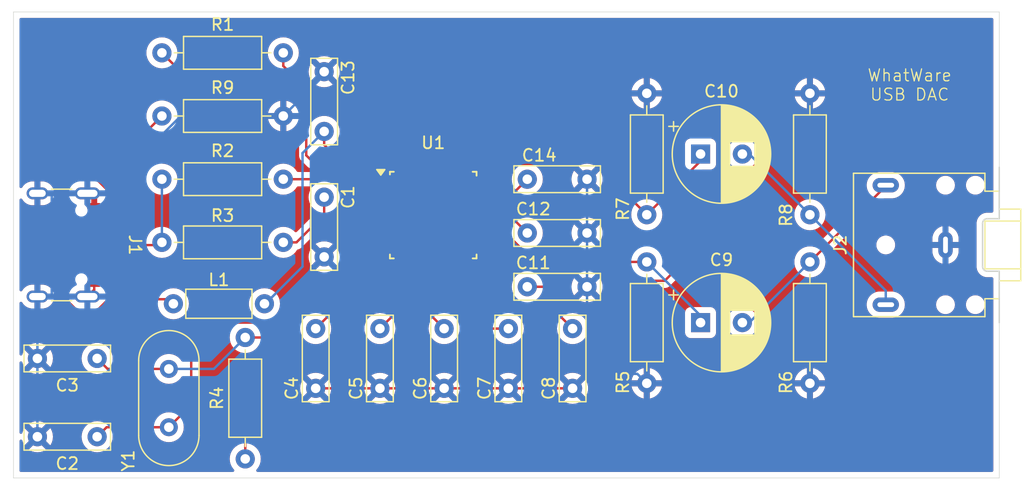
<source format=kicad_pcb>
(kicad_pcb (version 20240108) (generator "pcbnew") (generator_version "8.0")
  (layers (0 "F.Cu" signal) (31 "B.Cu" signal) (34 "B.Paste" user) (35 "F.Paste" user) (36 "B.SilkS" user "B.Silkscreen") (37 "F.SilkS" user "F.Silkscreen") (38 "B.Mask" user) (39 "F.Mask" user) (44 "Edge.Cuts" user))
  (net 0 "")
  (net 1 "GND")
  (net 2 "/Vdd")
  (net 3 "/XTO")
  (net 4 "/XTI")
  (net 5 "/FL")
  (net 6 "/FR")
  (net 7 "/VCOM1")
  (net 8 "/VCOM2")
  (net 9 "/VCCA")
  (net 10 "/VOUTL")
  (net 11 "Net-(C9-Pad2)")
  (net 12 "/VOUTR")
  (net 13 "Net-(C10-Pad2)")
  (net 14 "/VCCL")
  (net 15 "/VCCR")
  (net 16 "Net-(U1-VBUS)")
  (net 17 "/VCCP")
  (net 18 "Net-(J1-D--PadA7)")
  (net 19 "Net-(J1-CC1)")
  (net 20 "Net-(J1-D+-PadA6)")
  (net 21 "VBUS")
  (net 22 "/D-")
  (net 23 "/D+")
  (net 25 "Net-(U1-*SSPND)")
  (footprint "Resistor_THT:R_Axial_DIN0207_L6.3mm_D2.5mm_P10.16mm_Horizontal" (layer "F.Cu") (at 164.6527 95.92 -90)
    (property "Reference" "R6" (at 10.08 2 90) (layer "F.SilkS"))
    (property "Value" "3.3k")
    (pad "1" thru_hole circle (at 0 0 270) (size 1.6 1.6) (drill 0.8) (layers "*.Cu" "*.Mask") (net 11 "Net-(C9-Pad2)"))
    (pad "2" thru_hole oval (at 10.16 0 270) (size 1.6 1.6) (drill 0.8) (layers "*.Cu" "*.Mask") (net 1 "GND"))
  )
  (footprint "Resistor_THT:R_Axial_DIN0207_L6.3mm_D2.5mm_P10.16mm_Horizontal" (layer "F.Cu") (at 110.42 78.4216)
    (property "Reference" "R1" (at 5.08 -2.37 0) (layer "F.SilkS"))
    (property "Value" "30")
    (pad "1" thru_hole circle (at 0 0) (size 1.6 1.6) (drill 0.8) (layers "*.Cu" "*.Mask") (net 18 "Net-(J1-D--PadA7)"))
    (pad "2" thru_hole oval (at 10.16 0) (size 1.6 1.6) (drill 0.8) (layers "*.Cu" "*.Mask") (net 22 "/D-"))
  )
  (footprint "Connector_USB:USB_C_Receptacle_GCT_USB4105-xx-A_16P_TopMnt_Horizontal" (layer "F.Cu") (at 101.075 94.5 -90)
    (property "Reference" "J1" (at 0 -7.105 -90) (layer "F.SilkS"))
    (property "Value" "USB_C_Receptacle_USB2.0_14P")
    (pad "" np_thru_hole circle (at -2.89 -2.605 270) (size 0.65 0.65) (drill 0.65) (layers "F&B.Cu" "*.Mask"))
    (pad "" np_thru_hole circle (at 2.89 -2.605 270) (size 0.65 0.65) (drill 0.65) (layers "F&B.Cu" "*.Mask"))
    (pad "A1" smd roundrect (at -3.2 -3.68 270) (size 0.6 1.15) (layers "F.Cu" "F.Paste" "F.Mask") (net 1 "GND"))
    (pad "A4" smd roundrect (at -2.4 -3.68 270) (size 0.6 1.15) (layers "F.Cu" "F.Paste" "F.Mask") (net 21 "VBUS"))
    (pad "A5" smd roundrect (at -1.25 -3.68 270) (size 0.3 1.15) (layers "F.Cu" "F.Paste" "F.Mask") (net 19 "Net-(J1-CC1)"))
    (pad "A6" smd roundrect (at -0.25 -3.68 270) (size 0.3 1.15) (layers "F.Cu" "F.Paste" "F.Mask") (net 20 "Net-(J1-D+-PadA6)"))
    (pad "A7" smd roundrect (at 0.25 -3.68 270) (size 0.3 1.15) (layers "F.Cu" "F.Paste" "F.Mask") (net 18 "Net-(J1-D--PadA7)"))
    (pad "A8" smd roundrect (at 1.25 -3.68 270) (size 0.3 1.15) (layers "F.Cu" "F.Paste" "F.Mask"))
    (pad "A9" smd roundrect (at 2.4 -3.68 270) (size 0.6 1.15) (layers "F.Cu" "F.Paste" "F.Mask") (net 21 "VBUS"))
    (pad "A12" smd roundrect (at 3.2 -3.68 270) (size 0.6 1.15) (layers "F.Cu" "F.Paste" "F.Mask") (net 1 "GND"))
    (pad "B1" smd roundrect (at 3.2 -3.68 270) (size 0.6 1.15) (layers "F.Cu" "F.Paste" "F.Mask") (net 1 "GND"))
    (pad "B4" smd roundrect (at 2.4 -3.68 270) (size 0.6 1.15) (layers "F.Cu" "F.Paste" "F.Mask") (net 21 "VBUS"))
    (pad "B5" smd roundrect (at 1.75 -3.68 270) (size 0.3 1.15) (layers "F.Cu" "F.Paste" "F.Mask") (net 19 "Net-(J1-CC1)"))
    (pad "B6" smd roundrect (at 0.75 -3.68 270) (size 0.3 1.15) (layers "F.Cu" "F.Paste" "F.Mask") (net 20 "Net-(J1-D+-PadA6)"))
    (pad "B7" smd roundrect (at -0.75 -3.68 270) (size 0.3 1.15) (layers "F.Cu" "F.Paste" "F.Mask") (net 18 "Net-(J1-D--PadA7)"))
    (pad "B8" smd roundrect (at -1.75 -3.68 270) (size 0.3 1.15) (layers "F.Cu" "F.Paste" "F.Mask"))
    (pad "B9" smd roundrect (at -2.4 -3.68 270) (size 0.6 1.15) (layers "F.Cu" "F.Paste" "F.Mask") (net 21 "VBUS"))
    (pad "B12" smd roundrect (at -3.2 -3.68 270) (size 0.6 1.15) (layers "F.Cu" "F.Paste" "F.Mask") (net 1 "GND"))
    (pad "S1" thru_hole oval (at -4.32 -3.105 270) (size 1 2.1) (drill oval 0.6 1.7) (layers "*.Cu" "*.Mask" "F.Paste") (net 1 "GND"))
    (pad "S1" thru_hole oval (at -4.32 1.075 270) (size 1 1.8) (drill oval 0.6 1.4) (layers "*.Cu" "*.Mask" "F.Paste") (net 1 "GND"))
    (pad "S1" thru_hole oval (at 4.32 -3.105 270) (size 1 2.1) (drill oval 0.6 1.7) (layers "*.Cu" "*.Mask" "F.Paste") (net 1 "GND"))
    (pad "S1" thru_hole oval (at 4.32 1.075 270) (size 1 1.8) (drill oval 0.6 1.4) (layers "*.Cu" "*.Mask" "F.Paste") (net 1 "GND"))
  )
  (footprint "Capacitor_THT:C_Rect_L7.0mm_W2.0mm_P5.00mm" (layer "F.Cu") (at 123.29 101.5 -90)
    (property "Reference" "C4" (at 5 2 90) (layer "F.SilkS"))
    (property "Value" "100pF")
    (pad "1" thru_hole circle (at 0 0 270) (size 1.6 1.6) (drill 0.8) (layers "*.Cu" "*.Mask") (net 5 "/FL"))
    (pad "2" thru_hole circle (at 5 0 270) (size 1.6 1.6) (drill 0.8) (layers "*.Cu" "*.Mask") (net 1 "GND"))
  )
  (footprint "Resistor_THT:R_Axial_DIN0207_L6.3mm_D2.5mm_P10.16mm_Horizontal" (layer "F.Cu") (at 110.42 88.9966)
    (property "Reference" "R2" (at 5.08 -2.37 0) (layer "F.SilkS"))
    (property "Value" "30")
    (pad "1" thru_hole circle (at 0 0) (size 1.6 1.6) (drill 0.8) (layers "*.Cu" "*.Mask") (net 20 "Net-(J1-D+-PadA6)"))
    (pad "2" thru_hole oval (at 10.16 0) (size 1.6 1.6) (drill 0.8) (layers "*.Cu" "*.Mask") (net 23 "/D+"))
  )
  (footprint "Connector_Audio:Jack_3.5mm_CUI_SJ1-3523N_Horizontal" (layer "F.Cu") (at 176 94.5 90)
    (property "Reference" "J2" (at 0 -8.8 90) (layer "F.SilkS"))
    (property "Value" "AudioJack3")
    (fp_line (start 1.8 3.1) (end -1.8 3.1) (stroke (width 0.12)) (layer "Edge.Cuts"))
    (fp_line (start 2.2 3.5) (end 2.2 4.5) (stroke (width 0.12)) (layer "Edge.Cuts"))
    (fp_line (start -2.2 3.5) (end -2.2 4.5) (stroke (width 0.12)) (layer "Edge.Cuts"))
    (fp_line (start 2.2 4.5) (end 6.5 4.5) (stroke (width 0.12)) (layer "Edge.Cuts"))
    (fp_line (start -2.2 4.5) (end -6.5 4.5) (stroke (width 0.12)) (layer "Edge.Cuts"))
    (fp_arc (start 1.8 3.1) (mid 2.082843 3.217157) (end 2.2 3.5) (stroke (width 0.12)) (layer "Edge.Cuts"))
    (fp_arc (start -2.2 3.5) (mid -2.082842 3.217158) (end -1.8 3.1) (stroke (width 0.12)) (layer "Edge.Cuts"))
    (pad "" np_thru_hole circle (at -5 0 90) (size 1.2 1.2) (drill 1.2) (layers "F&B.Cu" "*.Mask"))
    (pad "" np_thru_hole circle (at -5 2.5 90) (size 1.2 1.2) (drill 1.2) (layers "F&B.Cu" "*.Mask"))
    (pad "" np_thru_hole circle (at 0 -5 90) (size 1.2 1.2) (drill 1.2) (layers "F&B.Cu" "*.Mask"))
    (pad "" np_thru_hole circle (at 5 0 90) (size 1.2 1.2) (drill 1.2) (layers "F&B.Cu" "*.Mask"))
    (pad "" np_thru_hole circle (at 5 2.5 90) (size 1.2 1.2) (drill 1.2) (layers "F&B.Cu" "*.Mask"))
    (pad "R" thru_hole oval (at -5 -5 90) (size 1.2 2.2) (drill oval 0.4 1.4) (layers "*.Cu" "*.Mask") (net 13 "Net-(C10-Pad2)"))
    (pad "S" thru_hole oval (at 0 0 90) (size 2.2 1.2) (drill oval 1.4 0.4) (layers "*.Cu" "*.Mask") (net 1 "GND"))
    (pad "T" thru_hole oval (at 5 -5 270) (size 1.2 2.2) (drill oval 0.4 1.4) (layers "*.Cu" "*.Mask") (net 11 "Net-(C9-Pad2)"))
  )
  (footprint "Capacitor_THT:C_Rect_L7.0mm_W2.0mm_P5.00mm" (layer "F.Cu") (at 128.665 101.5 -90)
    (property "Reference" "C5" (at 5 2 90) (layer "F.SilkS"))
    (property "Value" "100pF")
    (pad "1" thru_hole circle (at 0 0 270) (size 1.6 1.6) (drill 0.8) (layers "*.Cu" "*.Mask") (net 6 "/FR"))
    (pad "2" thru_hole circle (at 5 0 270) (size 1.6 1.6) (drill 0.8) (layers "*.Cu" "*.Mask") (net 1 "GND"))
  )
  (footprint "Resistor_THT:R_Axial_DIN0207_L6.3mm_D2.5mm_P10.16mm_Horizontal" (layer "F.Cu") (at 117.395 112.405 90)
    (property "Reference" "R4" (at 5.08 -2.37 90) (layer "F.SilkS"))
    (property "Value" "1M")
    (pad "1" thru_hole circle (at 0 0 90) (size 1.6 1.6) (drill 0.8) (layers "*.Cu" "*.Mask") (net 3 "/XTO"))
    (pad "2" thru_hole oval (at 10.16 0 90) (size 1.6 1.6) (drill 0.8) (layers "*.Cu" "*.Mask") (net 4 "/XTI"))
  )
  (footprint "Capacitor_THT:C_Rect_L7.0mm_W2.0mm_P5.00mm" (layer "F.Cu") (at 105 104 180)
    (property "Reference" "C3" (at 2.5 -2.25 0) (layer "F.SilkS"))
    (property "Value" "30pF")
    (pad "1" thru_hole circle (at 0 0 180) (size 1.6 1.6) (drill 0.8) (layers "*.Cu" "*.Mask") (net 4 "/XTI"))
    (pad "2" thru_hole circle (at 5 0 180) (size 1.6 1.6) (drill 0.8) (layers "*.Cu" "*.Mask") (net 1 "GND"))
  )
  (footprint "Capacitor_THT:C_Rect_L7.0mm_W2.0mm_P5.00mm" (layer "F.Cu") (at 124 90.5 -90)
    (property "Reference" "C1" (at 0 -2 90) (layer "F.SilkS"))
    (property "Value" "1uF")
    (pad "1" thru_hole circle (at 0 0 270) (size 1.6 1.6) (drill 0.8) (layers "*.Cu" "*.Mask") (net 2 "/Vdd"))
    (pad "2" thru_hole circle (at 5 0 270) (size 1.6 1.6) (drill 0.8) (layers "*.Cu" "*.Mask") (net 1 "GND"))
  )
  (footprint "Capacitor_THT:C_Rect_L7.0mm_W2.0mm_P5.00mm" (layer "F.Cu") (at 139.415 101.5 -90)
    (property "Reference" "C7" (at 5 2 90) (layer "F.SilkS"))
    (property "Value" "0.1uF")
    (pad "1" thru_hole circle (at 0 0 270) (size 1.6 1.6) (drill 0.8) (layers "*.Cu" "*.Mask") (net 8 "/VCOM2"))
    (pad "2" thru_hole circle (at 5 0 270) (size 1.6 1.6) (drill 0.8) (layers "*.Cu" "*.Mask") (net 1 "GND"))
  )
  (footprint "Capacitor_THT:C_Rect_L7.0mm_W2.0mm_P5.00mm" (layer "F.Cu") (at 141 93.5)
    (property "Reference" "C12" (at 0.5 -2 0) (layer "F.SilkS"))
    (property "Value" "1uF")
    (pad "1" thru_hole circle (at 0 0) (size 1.6 1.6) (drill 0.8) (layers "*.Cu" "*.Mask") (net 15 "/VCCR"))
    (pad "2" thru_hole circle (at 5 0) (size 1.6 1.6) (drill 0.8) (layers "*.Cu" "*.Mask") (net 1 "GND"))
  )
  (footprint "Inductor_THT:L_Axial_L5.3mm_D2.2mm_P7.62mm_Horizontal_Vishay_IM-1" (layer "F.Cu") (at 111.38 99.4216)
    (property "Reference" "L1" (at 3.81 -2 0) (layer "F.SilkS"))
    (property "Value" "1uH")
    (pad "1" thru_hole circle (at 0 0) (size 1.6 1.6) (drill 0.8) (layers "*.Cu" "*.Mask") (net 21 "VBUS"))
    (pad "2" thru_hole oval (at 7.62 0) (size 1.6 1.6) (drill 0.8) (layers "*.Cu" "*.Mask") (net 16 "Net-(U1-VBUS)"))
  )
  (footprint "Resistor_THT:R_Axial_DIN0207_L6.3mm_D2.5mm_P10.16mm_Horizontal" (layer "F.Cu") (at 151 91.9716 90)
    (property "Reference" "R7" (at 0.471625 -2 90) (layer "F.SilkS"))
    (property "Value" "3.3k")
    (pad "1" thru_hole circle (at 0 0 90) (size 1.6 1.6) (drill 0.8) (layers "*.Cu" "*.Mask") (net 12 "/VOUTR"))
    (pad "2" thru_hole oval (at 10.16 0 90) (size 1.6 1.6) (drill 0.8) (layers "*.Cu" "*.Mask") (net 1 "GND"))
  )
  (footprint "Resistor_THT:R_Axial_DIN0207_L6.3mm_D2.5mm_P10.16mm_Horizontal" (layer "F.Cu") (at 164.6527 91.9716 90)
    (property "Reference" "R8" (at -0.028375 -2 90) (layer "F.SilkS"))
    (property "Value" "3.3k")
    (pad "1" thru_hole circle (at 0 0 90) (size 1.6 1.6) (drill 0.8) (layers "*.Cu" "*.Mask") (net 13 "Net-(C10-Pad2)"))
    (pad "2" thru_hole oval (at 10.16 0 90) (size 1.6 1.6) (drill 0.8) (layers "*.Cu" "*.Mask") (net 1 "GND"))
  )
  (footprint "Crystal:Crystal_HC49-U_Vertical" (layer "F.Cu") (at 111 104.875 -90)
    (property "Reference" "Y1" (at 7.675 3.395 90) (layer "F.SilkS"))
    (property "Value" "6 MHz")
    (pad "1" thru_hole circle (at 0 0 270) (size 1.5 1.5) (drill 0.8) (layers "*.Cu" "*.Mask") (net 4 "/XTI"))
    (pad "2" thru_hole circle (at 4.88 0 270) (size 1.5 1.5) (drill 0.8) (layers "*.Cu" "*.Mask") (net 3 "/XTO"))
  )
  (footprint "Capacitor_THT:C_Rect_L7.0mm_W2.0mm_P5.00mm" (layer "F.Cu") (at 144.79 101.5 -90)
    (property "Reference" "C8" (at 5 2 90) (layer "F.SilkS"))
    (property "Value" "1uF")
    (pad "1" thru_hole circle (at 0 0 270) (size 1.6 1.6) (drill 0.8) (layers "*.Cu" "*.Mask") (net 9 "/VCCA"))
    (pad "2" thru_hole circle (at 5 0 270) (size 1.6 1.6) (drill 0.8) (layers "*.Cu" "*.Mask") (net 1 "GND"))
  )
  (footprint "Capacitor_THT:C_Rect_L7.0mm_W2.0mm_P5.00mm" (layer "F.Cu") (at 134.04 101.5 -90)
    (property "Reference" "C6" (at 5 2 90) (layer "F.SilkS"))
    (property "Value" "3.3uF")
    (pad "1" thru_hole circle (at 0 0 270) (size 1.6 1.6) (drill 0.8) (layers "*.Cu" "*.Mask") (net 7 "/VCOM1"))
    (pad "2" thru_hole circle (at 5 0 270) (size 1.6 1.6) (drill 0.8) (layers "*.Cu" "*.Mask") (net 1 "GND"))
  )
  (footprint "Capacitor_THT:CP_Radial_D8.0mm_P3.50mm" (layer "F.Cu") (at 155.5 101)
    (property "Reference" "C9" (at 1.75 -5.25 0) (layer "F.SilkS"))
    (property "Value" "820uF")
    (pad "1" thru_hole rect (at 0 0) (size 1.6 1.6) (drill 0.8) (layers "*.Cu" "*.Mask") (net 10 "/VOUTL"))
    (pad "2" thru_hole circle (at 3.5 0) (size 1.6 1.6) (drill 0.8) (layers "*.Cu" "*.Mask") (net 11 "Net-(C9-Pad2)"))
  )
  (footprint "Capacitor_THT:C_Rect_L7.0mm_W2.0mm_P5.00mm" (layer "F.Cu") (at 124 85 90)
    (property "Reference" "C13" (at 4.5 2 90) (layer "F.SilkS"))
    (property "Value" "1uF")
    (pad "1" thru_hole circle (at 0 0 90) (size 1.6 1.6) (drill 0.8) (layers "*.Cu" "*.Mask") (net 16 "Net-(U1-VBUS)"))
    (pad "2" thru_hole circle (at 5 0 90) (size 1.6 1.6) (drill 0.8) (layers "*.Cu" "*.Mask") (net 1 "GND"))
  )
  (footprint "Resistor_THT:R_Axial_DIN0207_L6.3mm_D2.5mm_P10.16mm_Horizontal" (layer "F.Cu") (at 151 95.92 -90)
    (property "Reference" "R5" (at 10.08 2 90) (layer "F.SilkS"))
    (property "Value" "3.3k")
    (pad "1" thru_hole circle (at 0 0 270) (size 1.6 1.6) (drill 0.8) (layers "*.Cu" "*.Mask") (net 10 "/VOUTL"))
    (pad "2" thru_hole oval (at 10.16 0 270) (size 1.6 1.6) (drill 0.8) (layers "*.Cu" "*.Mask") (net 1 "GND"))
  )
  (footprint "Capacitor_THT:CP_Radial_D8.0mm_P3.50mm" (layer "F.Cu") (at 155.5 86.8916)
    (property "Reference" "C10" (at 1.75 -5.25 0) (layer "F.SilkS"))
    (property "Value" "820uF")
    (pad "1" thru_hole rect (at 0 0) (size 1.6 1.6) (drill 0.8) (layers "*.Cu" "*.Mask") (net 12 "/VOUTR"))
    (pad "2" thru_hole circle (at 3.5 0) (size 1.6 1.6) (drill 0.8) (layers "*.Cu" "*.Mask") (net 13 "Net-(C10-Pad2)"))
  )
  (footprint "Capacitor_THT:C_Rect_L7.0mm_W2.0mm_P5.00mm" (layer "F.Cu") (at 141 89)
    (property "Reference" "C14" (at 1 -2 0) (layer "F.SilkS"))
    (property "Value" "1uF")
    (pad "1" thru_hole circle (at 0 0) (size 1.6 1.6) (drill 0.8) (layers "*.Cu" "*.Mask") (net 17 "/VCCP"))
    (pad "2" thru_hole circle (at 5 0) (size 1.6 1.6) (drill 0.8) (layers "*.Cu" "*.Mask") (net 1 "GND"))
  )
  (footprint "Package_QFP:TQFP-32_7x7mm_P0.8mm" (layer "F.Cu") (at 133.1284 92)
    (property "Reference" "U1" (at 0 -6.05 0) (layer "F.SilkS"))
    (property "Value" "PCM2912APJTR")
    (pad "1" smd rect (at -4.25 -2.8) (size 1.6 0.55) (layers "F.Cu" "F.Paste" "F.Mask") (net 1 "GND"))
    (pad "2" smd rect (at -4.25 -2) (size 1.6 0.55) (layers "F.Cu" "F.Paste" "F.Mask") (net 16 "Net-(U1-VBUS)"))
    (pad "3" smd rect (at -4.25 -1.2) (size 1.6 0.55) (layers "F.Cu" "F.Paste" "F.Mask") (net 22 "/D-"))
    (pad "4" smd rect (at -4.25 -0.4) (size 1.6 0.55) (layers "F.Cu" "F.Paste" "F.Mask") (net 23 "/D+"))
    (pad "5" smd rect (at -4.25 0.4) (size 1.6 0.55) (layers "F.Cu" "F.Paste" "F.Mask") (net 2 "/Vdd"))
    (pad "6" smd rect (at -4.25 1.2) (size 1.6 0.55) (layers "F.Cu" "F.Paste" "F.Mask") (net 1 "GND"))
    (pad "7" smd rect (at -4.25 2) (size 1.6 0.55) (layers "F.Cu" "F.Paste" "F.Mask") (net 3 "/XTO"))
    (pad "8" smd rect (at -4.25 2.8) (size 1.6 0.55) (layers "F.Cu" "F.Paste" "F.Mask") (net 4 "/XTI"))
    (pad "9" smd rect (at -2.8 4.25 90) (size 1.6 0.55) (layers "F.Cu" "F.Paste" "F.Mask") (net 5 "/FL"))
    (pad "10" smd rect (at -2 4.25 90) (size 1.6 0.55) (layers "F.Cu" "F.Paste" "F.Mask") (net 6 "/FR"))
    (pad "11" smd rect (at -1.2 4.25 90) (size 1.6 0.55) (layers "F.Cu" "F.Paste" "F.Mask") (net 7 "/VCOM1"))
    (pad "12" smd rect (at -0.4 4.25 90) (size 1.6 0.55) (layers "F.Cu" "F.Paste" "F.Mask") (net 8 "/VCOM2"))
    (pad "13" smd rect (at 0.4 4.25 90) (size 1.6 0.55) (layers "F.Cu" "F.Paste" "F.Mask") (net 1 "GND"))
    (pad "14" smd rect (at 1.2 4.25 90) (size 1.6 0.55) (layers "F.Cu" "F.Paste" "F.Mask"))
    (pad "15" smd rect (at 2 4.25 90) (size 1.6 0.55) (layers "F.Cu" "F.Paste" "F.Mask") (net 9 "/VCCA"))
    (pad "16" smd rect (at 2.8 4.25 90) (size 1.6 0.55) (layers "F.Cu" "F.Paste" "F.Mask") (net 1 "GND"))
    (pad "17" smd rect (at 4.25 2.8) (size 1.6 0.55) (layers "F.Cu" "F.Paste" "F.Mask"))
    (pad "18" smd rect (at 4.25 2) (size 1.6 0.55) (layers "F.Cu" "F.Paste" "F.Mask") (net 10 "/VOUTL"))
    (pad "19" smd rect (at 4.25 1.2) (size 1.6 0.55) (layers "F.Cu" "F.Paste" "F.Mask") (net 14 "/VCCL"))
    (pad "20" smd rect (at 4.25 0.4) (size 1.6 0.55) (layers "F.Cu" "F.Paste" "F.Mask") (net 1 "GND"))
    (pad "21" smd rect (at 4.25 -0.4) (size 1.6 0.55) (layers "F.Cu" "F.Paste" "F.Mask") (net 15 "/VCCR"))
    (pad "22" smd rect (at 4.25 -1.2) (size 1.6 0.55) (layers "F.Cu" "F.Paste" "F.Mask") (net 12 "/VOUTR"))
    (pad "23" smd rect (at 4.25 -2) (size 1.6 0.55) (layers "F.Cu" "F.Paste" "F.Mask") (net 17 "/VCCP"))
    (pad "24" smd rect (at 4.25 -2.8) (size 1.6 0.55) (layers "F.Cu" "F.Paste" "F.Mask") (net 17 "/VCCP"))
    (pad "25" smd rect (at 2.8 -4.25 90) (size 1.6 0.55) (layers "F.Cu" "F.Paste" "F.Mask") (net 1 "GND"))
    (pad "26" smd rect (at 2 -4.25 90) (size 1.6 0.55) (layers "F.Cu" "F.Paste" "F.Mask") (net 17 "/VCCP"))
    (pad "27" smd rect (at 1.2 -4.25 90) (size 1.6 0.55) (layers "F.Cu" "F.Paste" "F.Mask") (net 17 "/VCCP"))
    (pad "28" smd rect (at 0.4 -4.25 90) (size 1.6 0.55) (layers "F.Cu" "F.Paste" "F.Mask") (net 1 "GND"))
    (pad "29" smd rect (at -0.4 -4.25 90) (size 1.6 0.55) (layers "F.Cu" "F.Paste" "F.Mask") (net 25 "Net-(U1-*SSPND)"))
    (pad "30" smd rect (at -1.2 -4.25 90) (size 1.6 0.55) (layers "F.Cu" "F.Paste" "F.Mask") (net 25 "Net-(U1-*SSPND)"))
    (pad "31" smd rect (at -2 -4.25 90) (size 1.6 0.55) (layers "F.Cu" "F.Paste" "F.Mask"))
    (pad "32" smd rect (at -2.8 -4.25 90) (size 1.6 0.55) (layers "F.Cu" "F.Paste" "F.Mask"))
  )
  (footprint "Resistor_THT:R_Axial_DIN0207_L6.3mm_D2.5mm_P10.16mm_Horizontal" (layer "F.Cu") (at 110.42 94.2841)
    (property "Reference" "R3" (at 5.08 -2.2375 0) (layer "F.SilkS"))
    (property "Value" "1.5k")
    (pad "1" thru_hole circle (at 0 0) (size 1.6 1.6) (drill 0.8) (layers "*.Cu" "*.Mask") (net 20 "Net-(J1-D+-PadA6)"))
    (pad "2" thru_hole oval (at 10.16 0) (size 1.6 1.6) (drill 0.8) (layers "*.Cu" "*.Mask") (net 2 "/Vdd"))
  )
  (footprint "Capacitor_THT:C_Rect_L7.0mm_W2.0mm_P5.00mm" (layer "F.Cu") (at 105 110.55 180)
    (property "Reference" "C2" (at 2.5 -2.25 0) (layer "F.SilkS"))
    (property "Value" "30pF")
    (pad "1" thru_hole circle (at 0 0 180) (size 1.6 1.6) (drill 0.8) (layers "*.Cu" "*.Mask") (net 3 "/XTO"))
    (pad "2" thru_hole circle (at 5 0 180) (size 1.6 1.6) (drill 0.8) (layers "*.Cu" "*.Mask") (net 1 "GND"))
  )
  (footprint "Capacitor_THT:C_Rect_L7.0mm_W2.0mm_P5.00mm" (layer "F.Cu") (at 141 98)
    (property "Reference" "C11" (at 0.5 -2 0) (layer "F.SilkS"))
    (property "Value" "1uF")
    (pad "1" thru_hole circle (at 0 0) (size 1.6 1.6) (drill 0.8) (layers "*.Cu" "*.Mask") (net 14 "/VCCL"))
    (pad "2" thru_hole circle (at 5 0) (size 1.6 1.6) (drill 0.8) (layers "*.Cu" "*.Mask") (net 1 "GND"))
  )
  (footprint "Resistor_THT:R_Axial_DIN0207_L6.3mm_D2.5mm_P10.16mm_Horizontal" (layer "F.Cu") (at 110.42 83.7091)
    (property "Reference" "R9" (at 5.08 -2.37 0) (layer "F.SilkS"))
    (property "Value" "5.1k")
    (pad "1" thru_hole circle (at 0 0) (size 1.6 1.6) (drill 0.8) (layers "*.Cu" "*.Mask") (net 19 "Net-(J1-CC1)"))
    (pad "2" thru_hole oval (at 10.16 0) (size 1.6 1.6) (drill 0.8) (layers "*.Cu" "*.Mask") (net 1 "GND"))
  )
  (gr_line (start 98 114) (end 98 75) (stroke (width 0.05)) (layer "Edge.Cuts"))
  (gr_line (start 180.5 114) (end 98 114) (stroke (width 0.05)) (layer "Edge.Cuts"))
  (gr_line (start 180.5 101) (end 180.5 114) (stroke (width 0.05)) (layer "Edge.Cuts"))
  (gr_line (start 180.5 75) (end 180.5 88) (stroke (width 0.05)) (layer "Edge.Cuts"))
  (gr_line (start 98 75) (end 180.5 75) (stroke (width 0.05)) (layer "Edge.Cuts"))
  (gr_text "WhatWare\nUSB DAC" (at 173 82.5 0) (layer "F.SilkS") (effects (font (size 1 1) (thickness 0.1)) (justify bottom)))
  (segment (start 129.4159 89.2) (end 129.4159 86.2295) (width 0.2) (layer "F.Cu") (net 1))
  (segment (start 133.5284 87.75) (end 133.5284 86.6483) (width 0.2) (layer "F.Cu") (net 1))
  (segment (start 139.415 106.5) (end 144.79 106.5) (width 0.2) (layer "F.Cu") (net 1))
  (segment (start 144.75 87.75) (end 145.4567 88.4566) (width 0.2) (layer "F.Cu") (net 1))
  (segment (start 133.1096 86.2295) (end 129.4159 86.2295) (width 0.2) (layer "F.Cu") (net 1))
  (segment (start 129.4159 85.4159) (end 124 80) (width 0.2) (layer "F.Cu") (net 1))
  (segment (start 129.8793 93.2) (end 129.9801 93.2) (width 0.2) (layer "F.Cu") (net 1))
  (segment (start 151 106.08) (end 164.6527 106.08) (width 0.2) (layer "F.Cu") (net 1))
  (segment (start 137.3784 92.4) (end 136.2767 92.4) (width 0.2) (layer "F.Cu") (net 1))
  (segment (start 151 84) (end 146 89) (width 0.2) (layer "F.Cu") (net 1))
  (segment (start 126.3 93.2) (end 128.8784 93.2) (width 0.2) (layer "F.Cu") (net 1))
  (segment (start 128.665 106.5) (end 123.29 106.5) (width 0.2) (layer "F.Cu") (net 1))
  (segment (start 129.9801 89.3017) (end 129.9801 93.2) (width 0.2) (layer "F.Cu") (net 1))
  (segment (start 136.2767 92.4) (end 136.2767 94.8) (width 0.2) (layer "F.Cu") (net 1))
  (segment (start 133.5284 86.6483) (end 133.1096 86.2295) (width 0.2) (layer "F.Cu") (net 1))
  (segment (start 124 95.5) (end 126.3 93.2) (width 0.2) (layer "F.Cu") (net 1))
  (segment (start 128.8784 89.2) (end 129.8784 89.2) (width 0.2) (layer "F.Cu") (net 1))
  (segment (start 176 97.5) (end 167.42 106.08) (width 0.2) (layer "F.Cu") (net 1))
  (segment (start 131.5801 93.2) (end 133.5284 95.1483) (width 0.2) (layer "F.Cu") (net 1))
  (segment (start 136.2767 94.8) (end 135.9284 95.1483) (width 0.2) (layer "F.Cu") (net 1))
  (segment (start 134.04 106.5) (end 128.665 106.5) (width 0.2) (layer "F.Cu") (net 1))
  (segment (start 133.5284 96.25) (end 133.5284 95.1483) (width 0.2) (layer "F.Cu") (net 1))
  (segment (start 167.42 106.08) (end 164.6527 106.08) (width 0.2) (layer "F.Cu") (net 1))
  (segment (start 145.4567 88.4566) (end 146 89) (width 0.2) (layer "F.Cu") (net 1))
  (segment (start 135.9284 87.75) (end 144.75 87.75) (width 0.2) (layer "F.Cu") (net 1))
  (segment (start 135.9284 87.75) (end 135.9284 86.6483) (width 0.2) (layer "F.Cu") (net 1))
  (segment (start 129.9801 93.2) (end 131.5801 93.2) (width 0.2) (layer "F.Cu") (net 1))
  (segment (start 151 81.8116) (end 151 84) (width 0.2) (layer "F.Cu") (net 1))
  (segment (start 135.9284 95.1483) (end 133.5284 95.1483) (width 0.2) (layer "F.Cu") (net 1))
  (segment (start 104.755 90.755) (end 104.18 90.18) (width 0.2) (layer "F.Cu") (net 1))
  (segment (start 104.755 97.7) (end 104.755 98.245) (width 0.2) (layer "F.Cu") (net 1))
  (segment (start 128.8784 93.2) (end 129.8793 93.2) (width 0.2) (layer "F.Cu") (net 1))
  (segment (start 133.5284 86.6483) (end 133.9568 86.2199) (width 0.2) (layer "F.Cu") (net 1))
  (segment (start 151 81.8116) (end 151 82.3624) (width 0.2) (layer "F.Cu") (net 1))
  (segment (start 176 94.5) (end 176 97.5) (width 0.2) (layer "F.Cu") (net 1))
  (segment (start 129.8784 89.2) (end 129.9801 89.3017) (width 0.2) (layer "F.Cu") (net 1))
  (segment (start 104.755 98.245) (end 104.18 98.82) (width 0.2) (layer "F.Cu") (net 1))
  (segment (start 129.4159 86.2295) (end 129.4159 85.4159) (width 0.2) (layer "F.Cu") (net 1))
  (segment (start 139.415 106.5) (end 134.04 106.5) (width 0.2) (layer "F.Cu") (net 1))
  (segment (start 164.6527 81.8116) (end 151 81.8116) (width 0.2) (layer "F.Cu") (net 1))
  (segment (start 128.8784 89.2) (end 129.4159 89.2) (width 0.2) (layer "F.Cu") (net 1))
  (segment (start 135.5 86.2199) (end 135.9284 86.6483) (width 0.2) (layer "F.Cu") (net 1))
  (segment (start 135.9284 96.25) (end 135.9284 95.1483) (width 0.2) (layer "F.Cu") (net 1))
  (segment (start 133.9568 86.2199) (end 135.5 86.2199) (width 0.2) (layer "F.Cu") (net 1))
  (segment (start 104.755 91.3) (end 104.755 90.755) (width 0.2) (layer "F.Cu") (net 1))
  (segment (start 100 98.82) (end 100.6009 98.82) (width 0.2) (layer "B.Cu") (net 1))
  (segment (start 101.2017 98.82) (end 104.18 98.82) (width 0.2) (layer "B.Cu") (net 1))
  (segment (start 146 89) (end 146 93.5) (width 0.2) (layer "B.Cu") (net 1))
  (segment (start 151 106.08) (end 150.21 105.29) (width 0.2) (layer "B.Cu") (net 1))
  (segment (start 146 98) (end 146 105.29) (width 0.2) (layer "B.Cu") (net 1))
  (segment (start 112.0026 83.7091) (end 105.5317 90.18) (width 0.2) (layer "B.Cu") (net 1))
  (segment (start 100 110.55) (end 100 104) (width 0.2) (layer "B.Cu") (net 1))
  (segment (start 120.58 83.7091) (end 124 80.2891) (width 0.2) (layer "B.Cu") (net 1))
  (segment (start 146 93.5) (end 146 98) (width 0.2) (layer "B.Cu") (net 1))
  (segment (start 100.6009 98.82) (end 101.2017 98.82) (width 0.2) (layer "B.Cu") (net 1))
  (segment (start 100 90.18) (end 100.6009 90.18) (width 0.2) (layer "B.Cu") (net 1))
  (segment (start 150.21 105.29) (end 146 105.29) (width 0.2) (layer "B.Cu") (net 1))
  (segment (start 101.2017 98.82) (end 101.2017 90.18) (width 0.2) (layer "B.Cu") (net 1))
  (segment (start 104.18 90.18) (end 105.5317 90.18) (width 0.2) (layer "B.Cu") (net 1))
  (segment (start 119.4783 83.7091) (end 112.0026 83.7091) (width 0.2) (layer "B.Cu") (net 1))
  (segment (start 124 80.2891) (end 124 80) (width 0.2) (layer "B.Cu") (net 1))
  (segment (start 146 105.29) (end 144.79 106.5) (width 0.2) (layer "B.Cu") (net 1))
  (segment (start 120.58 83.7091) (end 119.4783 83.7091) (width 0.2) (layer "B.Cu") (net 1))
  (segment (start 100.6009 90.18) (end 101.2017 90.18) (width 0.2) (layer "B.Cu") (net 1))
  (segment (start 101.2017 90.18) (end 104.18 90.18) (width 0.2) (layer "B.Cu") (net 1))
  (segment (start 100 104) (end 100 98.82) (width 0.2) (layer "B.Cu") (net 1))
  (segment (start 124 92.4) (end 123.5658 92.4) (width 0.2) (layer "F.Cu") (net 2))
  (segment (start 123.5658 92.4) (end 121.6817 94.2841) (width 0.2) (layer "F.Cu") (net 2))
  (segment (start 120.58 94.2841) (end 121.6817 94.2841) (width 0.2) (layer "F.Cu") (net 2))
  (segment (start 128.8784 92.4) (end 124 92.4) (width 0.2) (layer "F.Cu") (net 2))
  (segment (start 124 92.4) (end 124 90.5) (width 0.2) (layer "F.Cu") (net 2))
  (segment (start 112.8725 104.1275) (end 112.8725 107.8825) (width 0.2) (layer "F.Cu") (net 3))
  (segment (start 112.8725 107.8825) (end 111 109.755) (width 0.2) (layer "F.Cu") (net 3))
  (segment (start 116 101) (end 112.8725 104.1275) (width 0.2) (layer "F.Cu") (net 3))
  (segment (start 115.8825 107.8825) (end 117.395 109.395) (width 0.2) (layer "F.Cu") (net 3))
  (segment (start 120.7336 101) (end 116 101) (width 0.2) (layer "F.Cu") (net 3))
  (segment (start 117.395 109.395) (end 117.395 112.405) (width 0.2) (layer "F.Cu") (net 3))
  (segment (start 128.8784 94) (end 127.7336 94) (width 0.2) (layer "F.Cu") (net 3))
  (segment (start 111 109.755) (end 105.795 109.755) (width 0.2) (layer "F.Cu") (net 3))
  (segment (start 105.795 109.755) (end 105 110.55) (width 0.2) (layer "F.Cu") (net 3))
  (segment (start 112.8725 107.8825) (end 115.8825 107.8825) (width 0.2) (layer "F.Cu") (net 3))
  (segment (start 127.7336 94) (end 120.7336 101) (width 0.2) (layer "F.Cu") (net 3))
  (segment (start 111 104.875) (end 105.875 104.875) (width 0.2) (layer "F.Cu") (net 4))
  (segment (start 128.8784 94.8) (end 127.7767 94.8) (width 0.2) (layer "F.Cu") (net 4))
  (segment (start 105.875 104.875) (end 105 104) (width 0.2) (layer "F.Cu") (net 4))
  (segment (start 120.3317 102.245) (end 117.395 102.245) (width 0.2) (layer "F.Cu") (net 4))
  (segment (start 127.7767 94.8) (end 120.3317 102.245) (width 0.2) (layer "F.Cu") (net 4))
  (segment (start 114.765 104.875) (end 117.395 102.245) (width 0.2) (layer "B.Cu") (net 4))
  (segment (start 111 104.875) (end 114.765 104.875) (width 0.2) (layer "B.Cu") (net 4))
  (segment (start 130.3284 96.25) (end 128.54 96.25) (width 0.2) (layer "F.Cu") (net 5))
  (segment (start 128.54 96.25) (end 123.29 101.5) (width 0.2) (layer "F.Cu") (net 5))
  (segment (start 131.1284 96.25) (end 131.1284 99.0366) (width 0.2) (layer "F.Cu") (net 6))
  (segment (start 131.1284 99.0366) (end 128.665 101.5) (width 0.2) (layer "F.Cu") (net 6))
  (segment (start 131.9284 99.3884) (end 134.04 101.5) (width 0.2) (layer "F.Cu") (net 7))
  (segment (start 131.9284 96.25) (end 131.9284 99.3884) (width 0.2) (layer "F.Cu") (net 7))
  (segment (start 132.7284 97.25) (end 132.7284 96.25) (width 0.2) (layer "F.Cu") (net 8))
  (segment (start 136.9784 101.5) (end 132.7284 97.25) (width 0.2) (layer "F.Cu") (net 8))
  (segment (start 139.415 101.5) (end 136.9784 101.5) (width 0.2) (layer "F.Cu") (net 8))
  (segment (start 143.263 99.973) (end 137.7497 99.973) (width 0.2) (layer "F.Cu") (net 9))
  (segment (start 137.7497 99.973) (end 135.1284 97.3517) (width 0.2) (layer "F.Cu") (net 9))
  (segment (start 144.79 101.5) (end 143.263 99.973) (width 0.2) (layer "F.Cu") (net 9))
  (segment (start 135.1284 96.25) (end 135.1284 97.3517) (width 0.2) (layer "F.Cu") (net 9))
  (segment (start 140.4001 95.92) (end 151 95.92) (width 0.2) (layer "F.Cu") (net 10))
  (segment (start 137.3784 94) (end 138.4801 94) (width 0.2) (layer "F.Cu") (net 10))
  (segment (start 138.4801 94) (end 140.4001 95.92) (width 0.2) (layer "F.Cu") (net 10))
  (segment (start 155.5 100.42) (end 155.5 101) (width 0.2) (layer "B.Cu") (net 10))
  (segment (start 151 95.92) (end 155.5 100.42) (width 0.2) (layer "B.Cu") (net 10))
  (segment (start 171 89.5727) (end 164.6527 95.92) (width 0.2) (layer "F.Cu") (net 11))
  (segment (start 171 89.5) (end 171 89.5727) (width 0.2) (layer "F.Cu") (net 11))
  (segment (start 159.5727 101) (end 164.6527 95.92) (width 0.2) (layer "B.Cu") (net 11))
  (segment (start 159 101) (end 159.5727 101) (width 0.2) (layer "B.Cu") (net 11))
  (segment (start 155.5 87.4716) (end 155.5 86.8916) (width 0.2) (layer "F.Cu") (net 12))
  (segment (start 137.3784 90.8) (end 149.8284 90.8) (width 0.2) (layer "F.Cu") (net 12))
  (segment (start 151 91.9716) (end 155.5 87.4716) (width 0.2) (layer "F.Cu") (net 12))
  (segment (start 149.8284 90.8) (end 150.1592 91.1307) (width 0.2) (layer "F.Cu") (net 12))
  (segment (start 150.1592 91.1307) (end 151 91.9716) (width 0.2) (layer "F.Cu") (net 12))
  (segment (start 171 98.3189) (end 171 99.5) (width 0.2) (layer "B.Cu") (net 13))
  (segment (start 164.6527 91.9716) (end 171 98.3189) (width 0.2) (layer "B.Cu") (net 13))
  (segment (start 159 86.8916) (end 159.5727 86.8916) (width 0.2) (layer "B.Cu") (net 13))
  (segment (start 159.5727 86.8916) (end 164.6527 91.9716) (width 0.2) (layer "B.Cu") (net 13))
  (segment (start 152.5 97.5) (end 153 97) (width 0.2) (layer "F.Cu") (net 14))
  (segment (start 153 97) (end 153 95.5) (width 0.2) (layer "F.Cu") (net 14))
  (segment (start 148.5 95) (end 140.6953 95) (width 0.2) (layer "F.Cu") (net 14))
  (segment (start 151.5 94) (end 149.5 94) (width 0.2) (layer "F.Cu") (net 14))
  (segment (start 143 98) (end 144.5 96.5) (width 0.2) (layer "F.Cu") (net 14))
  (segment (start 138.8953 93.2) (end 137.3784 93.2) (width 0.2) (layer "F.Cu") (net 14))
  (segment (start 153 95.5) (end 151.5 94) (width 0.2) (layer "F.Cu") (net 14))
  (segment (start 148.5 96.5) (end 149.5 97.5) (width 0.2) (layer "F.Cu") (net 14))
  (segment (start 149.5 97.5) (end 152.5 97.5) (width 0.2) (layer "F.Cu") (net 14))
  (segment (start 141 98) (end 143 98) (width 0.2) (layer "F.Cu") (net 14))
  (segment (start 144.5 96.5) (end 148.5 96.5) (width 0.2) (layer "F.Cu") (net 14))
  (segment (start 149.5 94) (end 148.5 95) (width 0.2) (layer "F.Cu") (net 14))
  (segment (start 140.6953 95) (end 138.8953 93.2) (width 0.2) (layer "F.Cu") (net 14))
  (segment (start 137.3784 91.6) (end 139.1 91.6) (width 0.2) (layer "F.Cu") (net 15))
  (segment (start 139.1 91.6) (end 141 93.5) (width 0.2) (layer "F.Cu") (net 15))
  (segment (start 127.8784 90) (end 124 86.1216) (width 0.2) (layer "F.Cu") (net 16))
  (segment (start 128.8784 90) (end 127.8784 90) (width 0.2) (layer "F.Cu") (net 16))
  (segment (start 124 86.1216) (end 124 85) (width 0.2) (layer "F.Cu") (net 16))
  (segment (start 122.1898 86.8102) (end 122.1898 96.3102) (width 0.2) (layer "B.Cu") (net 16))
  (segment (start 122.1898 96.3102) (end 119.0784 99.4216) (width 0.2) (layer "B.Cu") (net 16))
  (segment (start 124 85) (end 122.1898 86.8102) (width 0.2) (layer "B.Cu") (net 16))
  (segment (start 119.0784 99.4216) (end 119 99.4216) (width 0.2) (layer "B.Cu") (net 16))
  (segment (start 135.5784 89.2) (end 135.1284 88.75) (width 0.2) (layer "F.Cu") (net 17))
  (segment (start 135.1284 88.75) (end 135.1284 87.75) (width 0.2) (layer "F.Cu") (net 17))
  (segment (start 140 90) (end 141 89) (width 0.2) (layer "F.Cu") (net 17))
  (segment (start 135.1284 87.75) (end 134.3284 87.75) (width 0.2) (layer "F.Cu") (net 17))
  (segment (start 137.3784 89.2) (end 135.5784 89.2) (width 0.2) (layer "F.Cu") (net 17))
  (segment (start 137.3784 90) (end 137.3784 89.2) (width 0.2) (layer "F.Cu") (net 17))
  (segment (start 136.8276 89.2) (end 136.6377 89.2) (width 0.2) (layer "F.Cu") (net 17))
  (segment (start 137.3784 90) (end 140 90) (width 0.2) (layer "F.Cu") (net 17))
  (segment (start 137.3784 89.2) (end 136.8276 89.2) (width 0.2) (layer "F.Cu") (net 17))
  (segment (start 108.5 88.5) (end 108.5 91) (width 0.2) (layer "F.Cu") (net 18))
  (segment (start 104.1469 93.75) (end 104.755 93.75) (width 0.2) (layer "F.Cu") (net 18))
  (segment (start 104.755 94.75) (end 104.0784 94.75) (width 0.2) (layer "F.Cu") (net 18))
  (segment (start 108.5 91) (end 105.75 93.75) (width 0.2) (layer "F.Cu") (net 18))
  (segment (start 103.8624 94.0345) (end 104.1469 93.75) (width 0.2) (layer "F.Cu") (net 18))
  (segment (start 110.42 78.4216) (end 112 80.0016) (width 0.2) (layer "F.Cu") (net 18))
  (segment (start 103.8624 94.534) (end 103.8624 94.0345) (width 0.2) (layer "F.Cu") (net 18))
  (segment (start 112 85) (end 108.5 88.5) (width 0.2) (layer "F.Cu") (net 18))
  (segment (start 105.75 93.75) (end 104.755 93.75) (width 0.2) (layer "F.Cu") (net 18))
  (segment (start 104.0784 94.75) (end 103.8624 94.534) (width 0.2) (layer "F.Cu") (net 18))
  (segment (start 112 80.0016) (end 112 85) (width 0.2) (layer "F.Cu") (net 18))
  (segment (start 104.0785 93.25) (end 104.755 93.25) (width 0.2) (layer "F.Cu") (net 19))
  (segment (start 104.755 96.25) (end 104.1427 96.25) (width 0.2) (layer "F.Cu") (net 19))
  (segment (start 104.1427 96.25) (end 103.4227 95.53) (width 0.2) (layer "F.Cu") (net 19))
  (segment (start 103.4227 93.9058) (end 104.0785 93.25) (width 0.2) (layer "F.Cu") (net 19))
  (segment (start 106.655 91.9645) (end 106.655 87.4741) (width 0.2) (layer "F.Cu") (net 19))
  (segment (start 103.4227 95.53) (end 103.4227 93.9058) (width 0.2) (layer "F.Cu") (net 19))
  (segment (start 104.755 93.25) (end 105.3695 93.25) (width 0.2) (layer "F.Cu") (net 19))
  (segment (start 105.3695 93.25) (end 106.655 91.9645) (width 0.2) (layer "F.Cu") (net 19))
  (segment (start 106.655 87.4741) (end 110.42 83.7091) (width 0.2) (layer "F.Cu") (net 19))
  (segment (start 105.639 95.0488) (end 105.639 94.5112) (width 0.2) (layer "F.Cu") (net 20))
  (segment (start 105.639 94.5112) (end 105.3778 94.25) (width 0.2) (layer "F.Cu") (net 20))
  (segment (start 105.4378 95.25) (end 105.639 95.0488) (width 0.2) (layer "F.Cu") (net 20))
  (segment (start 110.1929 94.5112) (end 110.42 94.2841) (width 0.2) (layer "F.Cu") (net 20))
  (segment (start 104.755 95.25) (end 105.4378 95.25) (width 0.2) (layer "F.Cu") (net 20))
  (segment (start 105.639 94.5112) (end 110.1929 94.5112) (width 0.2) (layer "F.Cu") (net 20))
  (segment (start 105.3778 94.25) (end 104.755 94.25) (width 0.2) (layer "F.Cu") (net 20))
  (segment (start 110.42 94.2841) (end 110.42 88.9966) (width 0.2) (layer "B.Cu") (net 20))
  (segment (start 104.951 89) (end 103 89) (width 0.2) (layer "F.Cu") (net 21))
  (segment (start 105.9586 90.0076) (end 104.951 89) (width 0.2) (layer "F.Cu") (net 21))
  (segment (start 111.0024 99.044) (end 105.9334 99.044) (width 0.2) (layer "F.Cu") (net 21))
  (segment (start 105.9586 91.3294) (end 105.9586 90.0076) (width 0.2) (layer "F.Cu") (net 21))
  (segment (start 105.188 92.1) (end 105.9586 91.3294) (width 0.2) (layer "F.Cu") (net 21))
  (segment (start 102 90) (end 102 98.66455) (width 0.2) (layer "F.Cu") (net 21))
  (segment (start 103 89) (end 102 90) (width 0.2) (layer "F.Cu") (net 21))
  (segment (start 105.197 96.9) (end 104.755 96.9) (width 0.2) (layer "F.Cu") (net 21))
  (segment (start 102 98.66455) (end 103.33545 100) (width 0.2) (layer "F.Cu") (net 21))
  (segment (start 111.38 99.4216) (end 111.0024 99.044) (width 0.2) (layer "F.Cu") (net 21))
  (segment (start 104.9774 100) (end 105.9334 99.044) (width 0.2) (layer "F.Cu") (net 21))
  (segment (start 105.9334 99.044) (end 105.9334 97.6364) (width 0.2) (layer "F.Cu") (net 21))
  (segment (start 103.33545 100) (end 104.9774 100) (width 0.2) (layer "F.Cu") (net 21))
  (segment (start 105.9334 97.6364) (end 105.197 96.9) (width 0.2) (layer "F.Cu") (net 21))
  (segment (start 104.755 92.1) (end 105.188 92.1) (width 0.2) (layer "F.Cu") (net 21))
  (segment (start 120.58 78.4216) (end 120.58 79.5233) (width 0.2) (layer "F.Cu") (net 22))
  (segment (start 123 87.5) (end 124.5 87.5) (width 0.2) (layer "F.Cu") (net 22))
  (segment (start 124.5 87.5) (end 127.8 90.8) (width 0.2) (layer "F.Cu") (net 22))
  (segment (start 127.8 90.8) (end 128.8784 90.8) (width 0.2) (layer "F.Cu") (net 22))
  (segment (start 122.5 87) (end 123 87.5) (width 0.2) (layer "F.Cu") (net 22))
  (segment (start 122.5 81.4433) (end 122.5 87) (width 0.2) (layer "F.Cu") (net 22))
  (segment (start 120.58 79.5233) (end 122.5 81.4433) (width 0.2) (layer "F.Cu") (net 22))
  (segment (start 127.5907 91.6) (end 128.8784 91.6) (width 0.2) (layer "F.Cu") (net 23))
  (segment (start 120.58 88.9966) (end 124.9873 88.9966) (width 0.2) (layer "F.Cu") (net 23))
  (segment (start 124.9873 88.9966) (end 127.5907 91.6) (width 0.2) (layer "F.Cu") (net 23))
  (segment (start 132.7284 87.75) (end 131.9284 87.75) (width 0.2) (layer "F.Cu") (net 25))
  (zone (net 1) (net_name "GND") (layer "F.Cu") (connect_pads (clearance 0.5)) (min_thickness 0.25) (fill yes (thermal_gap 0.5) (thermal_bridge_width 0.5))
    (polygon (pts (xy 97 74) (xy 181.5 74) (xy 181.5 115) (xy 97 115)))
  )
  (zone (net 1) (net_name "GND") (layer "B.Cu") (priority 1) (connect_pads (clearance 0.5)) (min_thickness 0.25) (fill yes (thermal_gap 0.5) (thermal_bridge_width 0.5))
    (polygon (pts (xy 97 74) (xy 181.5 74) (xy 181.5 115) (xy 97 115)))
  )
)
</source>
